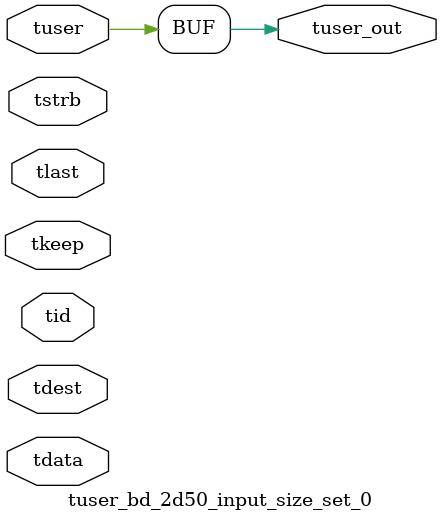
<source format=v>


`timescale 1ps/1ps

module tuser_bd_2d50_input_size_set_0 #
(
parameter C_S_AXIS_TUSER_WIDTH = 1,
parameter C_S_AXIS_TDATA_WIDTH = 32,
parameter C_S_AXIS_TID_WIDTH   = 0,
parameter C_S_AXIS_TDEST_WIDTH = 0,
parameter C_M_AXIS_TUSER_WIDTH = 1
)
(
input  [(C_S_AXIS_TUSER_WIDTH == 0 ? 1 : C_S_AXIS_TUSER_WIDTH)-1:0     ] tuser,
input  [(C_S_AXIS_TDATA_WIDTH == 0 ? 1 : C_S_AXIS_TDATA_WIDTH)-1:0     ] tdata,
input  [(C_S_AXIS_TID_WIDTH   == 0 ? 1 : C_S_AXIS_TID_WIDTH)-1:0       ] tid,
input  [(C_S_AXIS_TDEST_WIDTH == 0 ? 1 : C_S_AXIS_TDEST_WIDTH)-1:0     ] tdest,
input  [(C_S_AXIS_TDATA_WIDTH/8)-1:0 ] tkeep,
input  [(C_S_AXIS_TDATA_WIDTH/8)-1:0 ] tstrb,
input                                                                    tlast,
output [C_M_AXIS_TUSER_WIDTH-1:0] tuser_out
);

assign tuser_out = {tuser[0:0]};

endmodule


</source>
